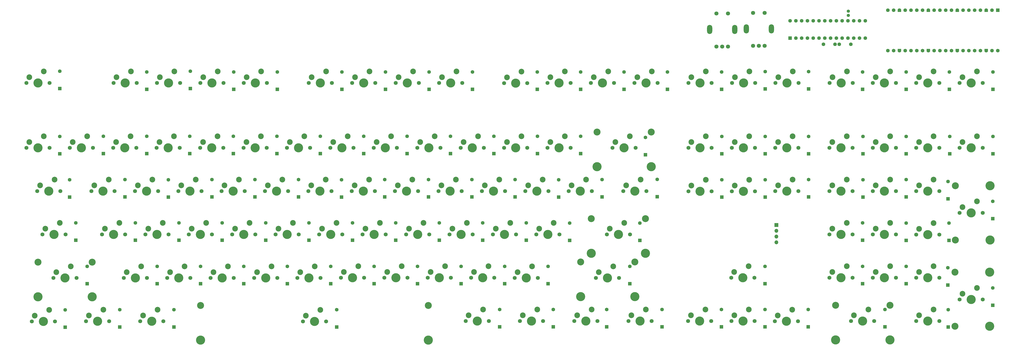
<source format=gbr>
%TF.GenerationSoftware,KiCad,Pcbnew,9.0.6*%
%TF.CreationDate,2026-01-05T13:45:51-06:00*%
%TF.ProjectId,full-keyboard,66756c6c-2d6b-4657-9962-6f6172642e6b,1*%
%TF.SameCoordinates,Original*%
%TF.FileFunction,Soldermask,Bot*%
%TF.FilePolarity,Negative*%
%FSLAX46Y46*%
G04 Gerber Fmt 4.6, Leading zero omitted, Abs format (unit mm)*
G04 Created by KiCad (PCBNEW 9.0.6) date 2026-01-05 13:45:51*
%MOMM*%
%LPD*%
G01*
G04 APERTURE LIST*
G04 Aperture macros list*
%AMRoundRect*
0 Rectangle with rounded corners*
0 $1 Rounding radius*
0 $2 $3 $4 $5 $6 $7 $8 $9 X,Y pos of 4 corners*
0 Add a 4 corners polygon primitive as box body*
4,1,4,$2,$3,$4,$5,$6,$7,$8,$9,$2,$3,0*
0 Add four circle primitives for the rounded corners*
1,1,$1+$1,$2,$3*
1,1,$1+$1,$4,$5*
1,1,$1+$1,$6,$7*
1,1,$1+$1,$8,$9*
0 Add four rect primitives between the rounded corners*
20,1,$1+$1,$2,$3,$4,$5,0*
20,1,$1+$1,$4,$5,$6,$7,0*
20,1,$1+$1,$6,$7,$8,$9,0*
20,1,$1+$1,$8,$9,$2,$3,0*%
%AMFreePoly0*
4,1,37,0.603843,0.796157,0.639018,0.796157,0.711114,0.766294,0.766294,0.711114,0.796157,0.639018,0.796157,0.603843,0.800000,0.600000,0.800000,-0.600000,0.796157,-0.603843,0.796157,-0.639018,0.766294,-0.711114,0.711114,-0.766294,0.639018,-0.796157,0.603843,-0.796157,0.600000,-0.800000,0.000000,-0.800000,0.000000,-0.796148,-0.078414,-0.796148,-0.232228,-0.765552,-0.377117,-0.705537,
-0.507515,-0.618408,-0.618408,-0.507515,-0.705537,-0.377117,-0.765552,-0.232228,-0.796148,-0.078414,-0.796148,0.078414,-0.765552,0.232228,-0.705537,0.377117,-0.618408,0.507515,-0.507515,0.618408,-0.377117,0.705537,-0.232228,0.765552,-0.078414,0.796148,0.000000,0.796148,0.000000,0.800000,0.600000,0.800000,0.603843,0.796157,0.603843,0.796157,$1*%
%AMFreePoly1*
4,1,37,0.000000,0.796148,0.078414,0.796148,0.232228,0.765552,0.377117,0.705537,0.507515,0.618408,0.618408,0.507515,0.705537,0.377117,0.765552,0.232228,0.796148,0.078414,0.796148,-0.078414,0.765552,-0.232228,0.705537,-0.377117,0.618408,-0.507515,0.507515,-0.618408,0.377117,-0.705537,0.232228,-0.765552,0.078414,-0.796148,0.000000,-0.796148,0.000000,-0.800000,-0.600000,-0.800000,
-0.603843,-0.796157,-0.639018,-0.796157,-0.711114,-0.766294,-0.766294,-0.711114,-0.796157,-0.639018,-0.796157,-0.603843,-0.800000,-0.600000,-0.800000,0.600000,-0.796157,0.603843,-0.796157,0.639018,-0.766294,0.711114,-0.711114,0.766294,-0.639018,0.796157,-0.603843,0.796157,-0.600000,0.800000,0.000000,0.800000,0.000000,0.796148,0.000000,0.796148,$1*%
G04 Aperture macros list end*
%ADD10C,1.400000*%
%ADD11C,2.500000*%
%ADD12C,4.000000*%
%ADD13C,1.750000*%
%ADD14RoundRect,0.250000X0.550000X-0.550000X0.550000X0.550000X-0.550000X0.550000X-0.550000X-0.550000X0*%
%ADD15C,1.600000*%
%ADD16R,1.700000X1.700000*%
%ADD17O,1.700000X1.700000*%
%ADD18C,3.050000*%
%ADD19O,2.300000X4.000000*%
%ADD20C,1.800000*%
%ADD21RoundRect,0.200000X-0.600000X0.600000X-0.600000X-0.600000X0.600000X-0.600000X0.600000X0.600000X0*%
%ADD22FreePoly0,270.000000*%
%ADD23FreePoly1,270.000000*%
G04 APERTURE END LIST*
D10*
%TO.C,R3*%
X401700000Y-36825000D03*
X401700000Y-34925000D03*
%TD*%
D11*
%TO.C,SW63*%
X49190000Y-130660000D03*
X55540000Y-128120000D03*
D12*
X53000000Y-133200000D03*
D13*
X47920000Y-133200000D03*
X58080000Y-133200000D03*
%TD*%
D11*
%TO.C,SW99*%
X163532500Y-168860000D03*
X169882500Y-166320000D03*
D12*
X167342500Y-171400000D03*
D13*
X162262500Y-171400000D03*
X172422500Y-171400000D03*
%TD*%
D11*
%TO.C,SW42*%
X46836884Y-111584031D03*
X53186884Y-109044031D03*
D12*
X50646884Y-114124031D03*
D13*
X45566884Y-114124031D03*
X55726884Y-114124031D03*
%TD*%
D11*
%TO.C,SW55*%
X304132500Y-111560000D03*
X310482500Y-109020000D03*
D12*
X307942500Y-114100000D03*
D13*
X302862500Y-114100000D03*
X313022500Y-114100000D03*
%TD*%
D11*
%TO.C,SW75*%
X296932500Y-130660000D03*
X303282500Y-128120000D03*
D12*
X300742500Y-133200000D03*
D13*
X295662500Y-133200000D03*
X305822500Y-133200000D03*
%TD*%
D11*
%TO.C,SW79*%
X53961964Y-149738970D03*
X60311964Y-147198970D03*
D12*
X57771964Y-152278970D03*
D13*
X52691964Y-152278970D03*
X62851964Y-152278970D03*
%TD*%
D11*
%TO.C,SW90*%
X292178670Y-149739275D03*
X298528670Y-147199275D03*
D12*
X295988670Y-152279275D03*
D13*
X290908670Y-152279275D03*
X301068670Y-152279275D03*
%TD*%
D11*
%TO.C,SW98*%
X92050000Y-168840000D03*
X98400000Y-166300000D03*
D12*
X95860000Y-171380000D03*
D13*
X90780000Y-171380000D03*
X100940000Y-171380000D03*
%TD*%
D11*
%TO.C,SW97*%
X68250000Y-168840000D03*
X74600000Y-166300000D03*
D12*
X72060000Y-171380000D03*
D13*
X66980000Y-171380000D03*
X77140000Y-171380000D03*
%TD*%
D11*
%TO.C,SW101*%
X258810000Y-168760000D03*
X265160000Y-166220000D03*
D12*
X262620000Y-171300000D03*
D13*
X257540000Y-171300000D03*
X267700000Y-171300000D03*
%TD*%
D11*
%TO.C,SW96*%
X44457764Y-168864810D03*
X50807764Y-166324810D03*
D12*
X48267764Y-171404810D03*
D13*
X43187764Y-171404810D03*
X53347764Y-171404810D03*
%TD*%
D11*
%TO.C,SW100*%
X235010000Y-168760000D03*
X241360000Y-166220000D03*
D12*
X238820000Y-171300000D03*
D13*
X233740000Y-171300000D03*
X243900000Y-171300000D03*
%TD*%
D11*
%TO.C,SW102*%
X282632500Y-168760000D03*
X288982500Y-166220000D03*
D12*
X286442500Y-171300000D03*
D13*
X281362500Y-171300000D03*
X291522500Y-171300000D03*
%TD*%
D11*
%TO.C,SW103*%
X306490000Y-168760000D03*
X312840000Y-166220000D03*
D12*
X310300000Y-171300000D03*
D13*
X305220000Y-171300000D03*
X315380000Y-171300000D03*
%TD*%
D11*
%TO.C,SW107*%
X404177041Y-168719077D03*
X410527041Y-166179077D03*
D12*
X407987041Y-171259077D03*
D13*
X402907041Y-171259077D03*
X413067041Y-171259077D03*
%TD*%
D11*
%TO.C,SW34*%
X299461745Y-92527979D03*
X305811745Y-89987979D03*
D12*
X303271745Y-95067979D03*
D13*
X298191745Y-95067979D03*
X308351745Y-95067979D03*
%TD*%
D11*
%TO.C,SW62*%
X451814731Y-121111498D03*
X458164731Y-118571498D03*
D12*
X455624731Y-123651498D03*
D13*
X450544731Y-123651498D03*
X460704731Y-123651498D03*
%TD*%
D11*
%TO.C,SW95*%
X451821832Y-159206246D03*
X458171832Y-156666246D03*
D12*
X455631832Y-161746246D03*
D13*
X450551832Y-161746246D03*
X460711832Y-161746246D03*
%TD*%
%TO.C,SW52*%
X240820000Y-114100000D03*
D12*
X245900000Y-114100000D03*
D13*
X250980000Y-114100000D03*
D11*
X242090000Y-111560000D03*
X248440000Y-109020000D03*
%TD*%
D14*
%TO.C,D106*%
X384100000Y-173810000D03*
D15*
X384100000Y-166190000D03*
%TD*%
D14*
%TO.C,D42*%
X59800000Y-116720000D03*
D15*
X59800000Y-109100000D03*
%TD*%
D14*
%TO.C,D38*%
X408100000Y-97720000D03*
D15*
X408100000Y-90100000D03*
%TD*%
D13*
%TO.C,SW47*%
X145562500Y-114100000D03*
D12*
X150642500Y-114100000D03*
D13*
X155722500Y-114100000D03*
D11*
X146832500Y-111560000D03*
X153182500Y-109020000D03*
%TD*%
D14*
%TO.C,D40*%
X446200000Y-97710000D03*
D15*
X446200000Y-90090000D03*
%TD*%
D13*
%TO.C,SW20*%
X450581169Y-66552685D03*
D12*
X455661169Y-66552685D03*
D13*
X460741169Y-66552685D03*
D11*
X451851169Y-64012685D03*
X458201169Y-61472685D03*
%TD*%
D13*
%TO.C,SW66*%
X112120000Y-133200000D03*
D12*
X117200000Y-133200000D03*
D13*
X122280000Y-133200000D03*
D11*
X113390000Y-130660000D03*
X119740000Y-128120000D03*
%TD*%
D13*
%TO.C,SW64*%
X74062500Y-133200000D03*
D12*
X79142500Y-133200000D03*
D13*
X84222500Y-133200000D03*
D11*
X75332500Y-130660000D03*
X81682500Y-128120000D03*
%TD*%
D13*
%TO.C,SW8*%
X202960583Y-66565221D03*
D12*
X208040583Y-66565221D03*
D13*
X213120583Y-66565221D03*
D11*
X204230583Y-64025221D03*
X210580583Y-61485221D03*
%TD*%
D14*
%TO.C,D56*%
X346200000Y-116710000D03*
D15*
X346200000Y-109090000D03*
%TD*%
D14*
%TO.C,D88*%
X250800000Y-154810000D03*
D15*
X250800000Y-147190000D03*
%TD*%
D13*
%TO.C,SW73*%
X245662500Y-133200000D03*
D12*
X250742500Y-133200000D03*
D13*
X255822500Y-133200000D03*
D11*
X246932500Y-130660000D03*
X253282500Y-128120000D03*
%TD*%
D14*
%TO.C,D55*%
X317800000Y-116600000D03*
D15*
X317800000Y-108980000D03*
%TD*%
D14*
%TO.C,D98*%
X105600000Y-173910000D03*
D15*
X105600000Y-166290000D03*
%TD*%
D14*
%TO.C,D97*%
X81800000Y-173910000D03*
D15*
X81800000Y-166290000D03*
%TD*%
D16*
%TO.C,J1*%
X370100000Y-128980000D03*
D17*
X370100000Y-131520000D03*
X370100000Y-134060000D03*
X370100000Y-136600000D03*
%TD*%
D14*
%TO.C,D67*%
X145900000Y-135710000D03*
D15*
X145900000Y-128090000D03*
%TD*%
D14*
%TO.C,D74*%
X279400000Y-135810000D03*
D15*
X279400000Y-128190000D03*
%TD*%
D14*
%TO.C,D96*%
X57900000Y-174010000D03*
D15*
X57900000Y-166390000D03*
%TD*%
D14*
%TO.C,D82*%
X136300000Y-154810000D03*
D15*
X136300000Y-147190000D03*
%TD*%
D13*
%TO.C,SW106*%
X369426845Y-171305288D03*
D12*
X374506845Y-171305288D03*
D13*
X379586845Y-171305288D03*
D11*
X370696845Y-168765288D03*
X377046845Y-166225288D03*
%TD*%
D14*
%TO.C,D86*%
X212600000Y-154810000D03*
D15*
X212600000Y-147190000D03*
%TD*%
D18*
%TO.C,REF\u002A\u002A*%
X448560000Y-149780000D03*
X448560000Y-173580000D03*
D12*
X463800000Y-149780000D03*
X463800000Y-173580000D03*
%TD*%
D14*
%TO.C,D41*%
X465200000Y-97710000D03*
D15*
X465200000Y-90090000D03*
%TD*%
D14*
%TO.C,D91*%
X365100000Y-154810000D03*
D15*
X365100000Y-147190000D03*
%TD*%
D13*
%TO.C,SW76*%
X393409492Y-133169059D03*
D12*
X398489492Y-133169059D03*
D13*
X403569492Y-133169059D03*
D11*
X394679492Y-130629059D03*
X401029492Y-128089059D03*
%TD*%
D13*
%TO.C,SW28*%
X174280628Y-95056953D03*
D12*
X179360628Y-95056953D03*
D13*
X184440628Y-95056953D03*
D11*
X175550628Y-92516953D03*
X181900628Y-89976953D03*
%TD*%
D13*
%TO.C,SW31*%
X231489228Y-95059152D03*
D12*
X236569228Y-95059152D03*
D13*
X241649228Y-95059152D03*
D11*
X232759228Y-92519152D03*
X239109228Y-89979152D03*
%TD*%
D14*
%TO.C,D26*%
X150800000Y-97620000D03*
D15*
X150800000Y-90000000D03*
%TD*%
D13*
%TO.C,SW19*%
X431533202Y-66544770D03*
D12*
X436613202Y-66544770D03*
D13*
X441693202Y-66544770D03*
D11*
X432803202Y-64004770D03*
X439153202Y-61464770D03*
%TD*%
D14*
%TO.C,D39*%
X427100000Y-97720000D03*
D15*
X427100000Y-90100000D03*
%TD*%
D13*
%TO.C,SW25*%
X117103388Y-95049899D03*
D12*
X122183388Y-95049899D03*
D13*
X127263388Y-95049899D03*
D11*
X118373388Y-92509899D03*
X124723388Y-89969899D03*
%TD*%
D14*
%TO.C,D83*%
X155400000Y-154810000D03*
D15*
X155400000Y-147190000D03*
%TD*%
D14*
%TO.C,D11*%
X284200000Y-69310000D03*
D15*
X284200000Y-61690000D03*
%TD*%
D14*
%TO.C,D22*%
X74600000Y-97620000D03*
D15*
X74600000Y-90000000D03*
%TD*%
D14*
%TO.C,D15*%
X365200000Y-69120000D03*
D15*
X365200000Y-61500000D03*
%TD*%
D14*
%TO.C,D5*%
X151000000Y-69310000D03*
D15*
X151000000Y-61690000D03*
%TD*%
D14*
%TO.C,D51*%
X236400000Y-116610000D03*
D15*
X236400000Y-108990000D03*
%TD*%
D18*
%TO.C,REF\u002A\u002A*%
X45903293Y-145330032D03*
D12*
X45903293Y-160570032D03*
D18*
X69703293Y-145330032D03*
D12*
X69703293Y-160570032D03*
%TD*%
D13*
%TO.C,SW54*%
X278920000Y-114100000D03*
D12*
X284000000Y-114100000D03*
D13*
X289080000Y-114100000D03*
D11*
X280190000Y-111560000D03*
X286540000Y-109020000D03*
%TD*%
D14*
%TO.C,D58*%
X384300000Y-116610000D03*
D15*
X384300000Y-108990000D03*
%TD*%
D13*
%TO.C,SW12*%
X288682838Y-66561771D03*
D12*
X293762838Y-66561771D03*
D13*
X298842838Y-66561771D03*
D11*
X289952838Y-64021771D03*
X296302838Y-61481771D03*
%TD*%
D14*
%TO.C,D28*%
X188900000Y-97620000D03*
D15*
X188900000Y-90000000D03*
%TD*%
D14*
%TO.C,D107*%
X417800000Y-173810000D03*
D15*
X417800000Y-166190000D03*
%TD*%
D13*
%TO.C,SW1*%
X40840000Y-66500000D03*
D12*
X45920000Y-66500000D03*
D13*
X51000000Y-66500000D03*
D11*
X42110000Y-63960000D03*
X48460000Y-61420000D03*
%TD*%
D14*
%TO.C,D19*%
X446100000Y-69310000D03*
D15*
X446100000Y-61690000D03*
%TD*%
D18*
%TO.C,REF\u002A\u002A*%
X117336934Y-164378143D03*
D12*
X117336934Y-179618143D03*
D18*
X217336934Y-164378143D03*
D12*
X217336934Y-179618143D03*
%TD*%
D13*
%TO.C,SW11*%
X269640794Y-66560145D03*
D12*
X274720794Y-66560145D03*
D13*
X279800794Y-66560145D03*
D11*
X270910794Y-64020145D03*
X277260794Y-61480145D03*
%TD*%
D14*
%TO.C,D8*%
X217600000Y-69310000D03*
D15*
X217600000Y-61690000D03*
%TD*%
D13*
%TO.C,SW57*%
X350572827Y-114177603D03*
D12*
X355652827Y-114177603D03*
D13*
X360732827Y-114177603D03*
D11*
X351842827Y-111637603D03*
X358192827Y-109097603D03*
%TD*%
D13*
%TO.C,SW37*%
X369613584Y-95073693D03*
D12*
X374693584Y-95073693D03*
D13*
X379773584Y-95073693D03*
D11*
X370883584Y-92533693D03*
X377233584Y-89993693D03*
%TD*%
D14*
%TO.C,D70*%
X203000000Y-135710000D03*
D15*
X203000000Y-128090000D03*
%TD*%
D14*
%TO.C,D72*%
X241200000Y-135710000D03*
D15*
X241200000Y-128090000D03*
%TD*%
D14*
%TO.C,D33*%
X284200000Y-97620000D03*
D15*
X284200000Y-90000000D03*
%TD*%
D13*
%TO.C,SW18*%
X412488740Y-66544870D03*
D12*
X417568740Y-66544870D03*
D13*
X422648740Y-66544870D03*
D11*
X413758740Y-64004870D03*
X420108740Y-61464870D03*
%TD*%
D14*
%TO.C,D37*%
X384300000Y-97720000D03*
D15*
X384300000Y-90100000D03*
%TD*%
D13*
%TO.C,SW49*%
X183662500Y-114100000D03*
D12*
X188742500Y-114100000D03*
D13*
X193822500Y-114100000D03*
D11*
X184932500Y-111560000D03*
X191282500Y-109020000D03*
%TD*%
D14*
%TO.C,D44*%
X103200000Y-116710000D03*
D15*
X103200000Y-109090000D03*
%TD*%
D13*
%TO.C,SW78*%
X431521238Y-133210224D03*
D12*
X436601238Y-133210224D03*
D13*
X441681238Y-133210224D03*
D11*
X432791238Y-130670224D03*
X439141238Y-128130224D03*
%TD*%
D13*
%TO.C,SW27*%
X155233179Y-95060614D03*
D12*
X160313179Y-95060614D03*
D13*
X165393179Y-95060614D03*
D11*
X156503179Y-92520614D03*
X162853179Y-89980614D03*
%TD*%
D13*
%TO.C,SW29*%
X193356464Y-95056112D03*
D12*
X198436464Y-95056112D03*
D13*
X203516464Y-95056112D03*
D11*
X194626464Y-92516112D03*
X200976464Y-89976112D03*
%TD*%
D14*
%TO.C,D13*%
X322300000Y-69310000D03*
D15*
X322300000Y-61690000D03*
%TD*%
D13*
%TO.C,SW89*%
X255193588Y-152279275D03*
D12*
X260273588Y-152279275D03*
D13*
X265353588Y-152279275D03*
D11*
X256463588Y-149739275D03*
X262813588Y-147199275D03*
%TD*%
D13*
%TO.C,SW70*%
X188462500Y-133200000D03*
D12*
X193542500Y-133200000D03*
D13*
X198622500Y-133200000D03*
D11*
X189732500Y-130660000D03*
X196082500Y-128120000D03*
%TD*%
D14*
%TO.C,D73*%
X260300000Y-135710000D03*
D15*
X260300000Y-128090000D03*
%TD*%
D14*
%TO.C,D85*%
X193500000Y-154810000D03*
D15*
X193500000Y-147190000D03*
%TD*%
D13*
%TO.C,SW71*%
X207547290Y-133143301D03*
D12*
X212627290Y-133143301D03*
D13*
X217707290Y-133143301D03*
D11*
X208817290Y-130603301D03*
X215167290Y-128063301D03*
%TD*%
D13*
%TO.C,SW104*%
X331359316Y-171303761D03*
D12*
X336439316Y-171303761D03*
D13*
X341519316Y-171303761D03*
D11*
X332629316Y-168763761D03*
X338979316Y-166223761D03*
%TD*%
D14*
%TO.C,D48*%
X179200000Y-116710000D03*
D15*
X179200000Y-109090000D03*
%TD*%
D14*
%TO.C,D79*%
X67500000Y-154810000D03*
D15*
X67500000Y-147190000D03*
%TD*%
D19*
%TO.C,SW109*%
X367900000Y-42700000D03*
X356900000Y-42700000D03*
D20*
X359860000Y-50200000D03*
X364940000Y-50200000D03*
X362400000Y-50200000D03*
X359860000Y-35700000D03*
X364940000Y-35700000D03*
%TD*%
D14*
%TO.C,D29*%
X207984428Y-97619391D03*
D15*
X207984428Y-89999391D03*
%TD*%
D14*
%TO.C,D46*%
X141200000Y-116610000D03*
D15*
X141200000Y-108990000D03*
%TD*%
D14*
%TO.C,D75*%
X310200000Y-135810000D03*
D15*
X310200000Y-128190000D03*
%TD*%
D14*
%TO.C,D30*%
X227000000Y-97620000D03*
D15*
X227000000Y-90000000D03*
%TD*%
D13*
%TO.C,SW80*%
X83653426Y-152289712D03*
D12*
X88733426Y-152289712D03*
D13*
X93813426Y-152289712D03*
D11*
X84923426Y-149749712D03*
X91273426Y-147209712D03*
%TD*%
D13*
%TO.C,SW93*%
X412460519Y-152247722D03*
D12*
X417540519Y-152247722D03*
D13*
X422620519Y-152247722D03*
D11*
X413730519Y-149707722D03*
X420080519Y-147167722D03*
%TD*%
D18*
%TO.C,REF\u002A\u002A*%
X284160000Y-145280000D03*
D12*
X284160000Y-160520000D03*
D18*
X307960000Y-145280000D03*
D12*
X307960000Y-160520000D03*
%TD*%
D13*
%TO.C,SW2*%
X79096232Y-66524027D03*
D12*
X84176232Y-66524027D03*
D13*
X89256232Y-66524027D03*
D11*
X80366232Y-63984027D03*
X86716232Y-61444027D03*
%TD*%
D14*
%TO.C,D90*%
X305800000Y-154810000D03*
D15*
X305800000Y-147190000D03*
%TD*%
D13*
%TO.C,SW77*%
X412462500Y-133200000D03*
D12*
X417542500Y-133200000D03*
D13*
X422622500Y-133200000D03*
D11*
X413732500Y-130660000D03*
X420082500Y-128120000D03*
%TD*%
D14*
%TO.C,D87*%
X231700000Y-154810000D03*
D15*
X231700000Y-147190000D03*
%TD*%
D14*
%TO.C,D69*%
X184000000Y-135710000D03*
D15*
X184000000Y-128090000D03*
%TD*%
D14*
%TO.C,D9*%
X236700000Y-69310000D03*
D15*
X236700000Y-61690000D03*
%TD*%
D14*
%TO.C,D12*%
X303200000Y-69310000D03*
D15*
X303200000Y-61690000D03*
%TD*%
D13*
%TO.C,SW3*%
X98176082Y-66524027D03*
D12*
X103256082Y-66524027D03*
D13*
X108336082Y-66524027D03*
D11*
X99446082Y-63984027D03*
X105796082Y-61444027D03*
%TD*%
D14*
%TO.C,D4*%
X131900000Y-69310000D03*
D15*
X131900000Y-61690000D03*
%TD*%
D13*
%TO.C,SW92*%
X393406959Y-152223978D03*
D12*
X398486959Y-152223978D03*
D13*
X403566959Y-152223978D03*
D11*
X394676959Y-149683978D03*
X401026959Y-147143978D03*
%TD*%
D18*
%TO.C,REF\u002A\u002A*%
X448660000Y-111780000D03*
X448660000Y-135580000D03*
D12*
X463900000Y-111780000D03*
X463900000Y-135580000D03*
%TD*%
D13*
%TO.C,SW14*%
X331559249Y-66557158D03*
D12*
X336639249Y-66557158D03*
D13*
X341719249Y-66557158D03*
D11*
X332829249Y-64017158D03*
X339179249Y-61477158D03*
%TD*%
D14*
%TO.C,D20*%
X465200000Y-69310000D03*
D15*
X465200000Y-61690000D03*
%TD*%
D14*
%TO.C,D25*%
X131700000Y-97620000D03*
D15*
X131700000Y-90000000D03*
%TD*%
D13*
%TO.C,SW83*%
X140811076Y-152268228D03*
D12*
X145891076Y-152268228D03*
D13*
X150971076Y-152268228D03*
D11*
X142081076Y-149728228D03*
X148431076Y-147188228D03*
%TD*%
D14*
%TO.C,D108*%
X445600000Y-173910000D03*
D15*
X445600000Y-166290000D03*
%TD*%
D14*
%TO.C,D84*%
X174500000Y-154810000D03*
D15*
X174500000Y-147190000D03*
%TD*%
D13*
%TO.C,SW86*%
X197999911Y-152250223D03*
D12*
X203079911Y-152250223D03*
D13*
X208159911Y-152250223D03*
D11*
X199269911Y-149710223D03*
X205619911Y-147170223D03*
%TD*%
D14*
%TO.C,D1*%
X55500000Y-69000000D03*
D15*
X55500000Y-61380000D03*
%TD*%
D14*
%TO.C,D62*%
X465100000Y-126220000D03*
D15*
X465100000Y-118600000D03*
%TD*%
D14*
%TO.C,D101*%
X272200000Y-173820000D03*
D15*
X272200000Y-166200000D03*
%TD*%
D14*
%TO.C,D7*%
X198500000Y-69310000D03*
D15*
X198500000Y-61690000D03*
%TD*%
D14*
%TO.C,D50*%
X217400000Y-116610000D03*
D15*
X217400000Y-108990000D03*
%TD*%
D14*
%TO.C,D99*%
X177100000Y-173910000D03*
D15*
X177100000Y-166290000D03*
%TD*%
D14*
%TO.C,D36*%
X365200000Y-97720000D03*
D15*
X365200000Y-90100000D03*
%TD*%
D14*
%TO.C,D95*%
X465100000Y-164310000D03*
D15*
X465100000Y-156690000D03*
%TD*%
D14*
%TO.C,D105*%
X365100000Y-173820000D03*
D15*
X365100000Y-166200000D03*
%TD*%
D14*
%TO.C,D100*%
X248600000Y-173820000D03*
D15*
X248600000Y-166200000D03*
%TD*%
D14*
%TO.C,D92*%
X408000000Y-154800000D03*
D15*
X408000000Y-147180000D03*
%TD*%
D14*
%TO.C,D2*%
X93700000Y-69310000D03*
D15*
X93700000Y-61690000D03*
%TD*%
D13*
%TO.C,SW10*%
X250590582Y-66572622D03*
D12*
X255670582Y-66572622D03*
D13*
X260750582Y-66572622D03*
D11*
X251860582Y-64032622D03*
X258210582Y-61492622D03*
%TD*%
D13*
%TO.C,SW105*%
X350386005Y-171303761D03*
D12*
X355466005Y-171303761D03*
D13*
X360546005Y-171303761D03*
D11*
X351656005Y-168763761D03*
X358006005Y-166223761D03*
%TD*%
D14*
%TO.C,D31*%
X246100000Y-97620000D03*
D15*
X246100000Y-90000000D03*
%TD*%
D13*
%TO.C,SW85*%
X178930000Y-152240000D03*
D12*
X184010000Y-152240000D03*
D13*
X189090000Y-152240000D03*
D11*
X180200000Y-149700000D03*
X186550000Y-147160000D03*
%TD*%
D13*
%TO.C,SW30*%
X212439015Y-95059507D03*
D12*
X217519015Y-95059507D03*
D13*
X222599015Y-95059507D03*
D11*
X213709015Y-92519507D03*
X220059015Y-89979507D03*
%TD*%
D14*
%TO.C,D66*%
X126800000Y-135710000D03*
D15*
X126800000Y-128090000D03*
%TD*%
D13*
%TO.C,SW36*%
X350572827Y-95073693D03*
D12*
X355652827Y-95073693D03*
D13*
X360732827Y-95073693D03*
D11*
X351842827Y-92533693D03*
X358192827Y-89993693D03*
%TD*%
D18*
%TO.C,REF\u002A\u002A*%
X396160000Y-164280000D03*
D12*
X396160000Y-179520000D03*
D18*
X419960000Y-164280000D03*
D12*
X419960000Y-179520000D03*
%TD*%
D13*
%TO.C,SW108*%
X431493438Y-171259077D03*
D12*
X436573438Y-171259077D03*
D13*
X441653438Y-171259077D03*
D11*
X432763438Y-168719077D03*
X439113438Y-166179077D03*
%TD*%
D13*
%TO.C,SW7*%
X183893182Y-66541772D03*
D12*
X188973182Y-66541772D03*
D13*
X194053182Y-66541772D03*
D11*
X185163182Y-64001772D03*
X191513182Y-61461772D03*
%TD*%
D15*
%TO.C,C1*%
X395840000Y-49500000D03*
X390760000Y-49500000D03*
%TD*%
D14*
%TO.C,D93*%
X427100000Y-154810000D03*
D15*
X427100000Y-147190000D03*
%TD*%
D14*
%TO.C,D43*%
X84100000Y-116620000D03*
D15*
X84100000Y-109000000D03*
%TD*%
D14*
%TO.C,D103*%
X319900000Y-173820000D03*
D15*
X319900000Y-166200000D03*
%TD*%
D14*
%TO.C,U1*%
X376140000Y-46820000D03*
D15*
X378680000Y-46820000D03*
X381220000Y-46820000D03*
X383760000Y-46820000D03*
X386300000Y-46820000D03*
X388840000Y-46820000D03*
X391380000Y-46820000D03*
X393920000Y-46820000D03*
X396460000Y-46820000D03*
X399000000Y-46820000D03*
X401540000Y-46820000D03*
X404080000Y-46820000D03*
X406620000Y-46820000D03*
X409160000Y-46820000D03*
X409160000Y-39200000D03*
X406620000Y-39200000D03*
X404080000Y-39200000D03*
X401540000Y-39200000D03*
X399000000Y-39200000D03*
X396460000Y-39200000D03*
X393920000Y-39200000D03*
X391380000Y-39200000D03*
X388840000Y-39200000D03*
X386300000Y-39200000D03*
X383760000Y-39200000D03*
X381220000Y-39200000D03*
X378680000Y-39200000D03*
X376140000Y-39200000D03*
%TD*%
D14*
%TO.C,D104*%
X346000000Y-173820000D03*
D15*
X346000000Y-166200000D03*
%TD*%
D13*
%TO.C,SW59*%
X393430000Y-114140000D03*
D12*
X398510000Y-114140000D03*
D13*
X403590000Y-114140000D03*
D11*
X394700000Y-111600000D03*
X401050000Y-109060000D03*
%TD*%
D14*
%TO.C,D17*%
X408000000Y-69310000D03*
D15*
X408000000Y-61690000D03*
%TD*%
D18*
%TO.C,REF\u002A\u002A*%
X291360000Y-88080000D03*
D12*
X291360000Y-103320000D03*
D18*
X315160000Y-88080000D03*
D12*
X315160000Y-103320000D03*
%TD*%
D19*
%TO.C,SW110*%
X351860000Y-43000000D03*
X340860000Y-43000000D03*
D20*
X343820000Y-50500000D03*
X348900000Y-50500000D03*
X346360000Y-50500000D03*
X343820000Y-36000000D03*
X348900000Y-36000000D03*
%TD*%
D14*
%TO.C,D32*%
X265200000Y-97620000D03*
D15*
X265200000Y-90000000D03*
%TD*%
D13*
%TO.C,SW39*%
X412469689Y-95073863D03*
D12*
X417549689Y-95073863D03*
D13*
X422629689Y-95073863D03*
D11*
X413739689Y-92533863D03*
X420089689Y-89993863D03*
%TD*%
D13*
%TO.C,SW48*%
X164662500Y-114100000D03*
D12*
X169742500Y-114100000D03*
D13*
X174822500Y-114100000D03*
D11*
X165932500Y-111560000D03*
X172282500Y-109020000D03*
%TD*%
D14*
%TO.C,D65*%
X107800000Y-135710000D03*
D15*
X107800000Y-128090000D03*
%TD*%
D14*
%TO.C,D54*%
X293600000Y-116610000D03*
D15*
X293600000Y-108990000D03*
%TD*%
D14*
%TO.C,D14*%
X346100000Y-69310000D03*
D15*
X346100000Y-61690000D03*
%TD*%
D13*
%TO.C,SW50*%
X202662500Y-114100000D03*
D12*
X207742500Y-114100000D03*
D13*
X212822500Y-114100000D03*
D11*
X203932500Y-111560000D03*
X210282500Y-109020000D03*
%TD*%
D14*
%TO.C,D16*%
X384300000Y-69120000D03*
D15*
X384300000Y-61500000D03*
%TD*%
D13*
%TO.C,SW9*%
X222038013Y-66565221D03*
D12*
X227118013Y-66565221D03*
D13*
X232198013Y-66565221D03*
D11*
X223308013Y-64025221D03*
X229658013Y-61485221D03*
%TD*%
D14*
%TO.C,D34*%
X312600000Y-98110000D03*
D15*
X312600000Y-90490000D03*
%TD*%
D13*
%TO.C,SW44*%
X88520000Y-114100000D03*
D12*
X93600000Y-114100000D03*
D13*
X98680000Y-114100000D03*
D11*
X89790000Y-111560000D03*
X96140000Y-109020000D03*
%TD*%
D21*
%TO.C,A1*%
X467317500Y-34500000D03*
D15*
X464777500Y-34500000D03*
D22*
X462237500Y-34500000D03*
D15*
X459697500Y-34500000D03*
X457157500Y-34500000D03*
X454617500Y-34500000D03*
X452077500Y-34500000D03*
D22*
X449537500Y-34500000D03*
D15*
X446997500Y-34500000D03*
X444457500Y-34500000D03*
X441917500Y-34500000D03*
X439377500Y-34500000D03*
D22*
X436837500Y-34500000D03*
D15*
X434297500Y-34500000D03*
X431757500Y-34500000D03*
X429217500Y-34500000D03*
X426677500Y-34500000D03*
D22*
X424137500Y-34500000D03*
D15*
X421597500Y-34500000D03*
X419057500Y-34500000D03*
X419057500Y-52280000D03*
X421597500Y-52280000D03*
D23*
X424137500Y-52280000D03*
D15*
X426677500Y-52280000D03*
X429217500Y-52280000D03*
X431757500Y-52280000D03*
X434297500Y-52280000D03*
D23*
X436837500Y-52280000D03*
D15*
X439377500Y-52280000D03*
X441917500Y-52280000D03*
X444457500Y-52280000D03*
X446997500Y-52280000D03*
D23*
X449537500Y-52280000D03*
D15*
X452077500Y-52280000D03*
X454617500Y-52280000D03*
X457157500Y-52280000D03*
X459697500Y-52280000D03*
D23*
X462237500Y-52280000D03*
D15*
X464777500Y-52280000D03*
X467317500Y-52280000D03*
%TD*%
D14*
%TO.C,D23*%
X93700000Y-97620000D03*
D15*
X93700000Y-90000000D03*
%TD*%
D14*
%TO.C,D3*%
X112800000Y-69000000D03*
D15*
X112800000Y-61380000D03*
%TD*%
D14*
%TO.C,D77*%
X427100000Y-135810000D03*
D15*
X427100000Y-128190000D03*
%TD*%
D13*
%TO.C,SW56*%
X331526374Y-114177603D03*
D12*
X336606374Y-114177603D03*
D13*
X341686374Y-114177603D03*
D11*
X332796374Y-111637603D03*
X339146374Y-109097603D03*
%TD*%
D13*
%TO.C,SW38*%
X393414630Y-95062451D03*
D12*
X398494630Y-95062451D03*
D13*
X403574630Y-95062451D03*
D11*
X394684630Y-92522451D03*
X401034630Y-89982451D03*
%TD*%
D13*
%TO.C,SW74*%
X264720000Y-133200000D03*
D12*
X269800000Y-133200000D03*
D13*
X274880000Y-133200000D03*
D11*
X265990000Y-130660000D03*
X272340000Y-128120000D03*
%TD*%
D14*
%TO.C,D102*%
X295600000Y-173810000D03*
D15*
X295600000Y-166190000D03*
%TD*%
D13*
%TO.C,SW35*%
X331525641Y-95069136D03*
D12*
X336605641Y-95069136D03*
D13*
X341685641Y-95069136D03*
D11*
X332795641Y-92529136D03*
X339145641Y-89989136D03*
%TD*%
D13*
%TO.C,SW72*%
X226620000Y-133200000D03*
D12*
X231700000Y-133200000D03*
D13*
X236780000Y-133200000D03*
D11*
X227890000Y-130660000D03*
X234240000Y-128120000D03*
%TD*%
D14*
%TO.C,D71*%
X222100000Y-135700000D03*
D15*
X222100000Y-128080000D03*
%TD*%
D13*
%TO.C,SW22*%
X59903415Y-95049899D03*
D12*
X64983415Y-95049899D03*
D13*
X70063415Y-95049899D03*
D11*
X61173415Y-92509899D03*
X67523415Y-89969899D03*
%TD*%
D13*
%TO.C,SW6*%
X164828687Y-66534126D03*
D12*
X169908687Y-66534126D03*
D13*
X174988687Y-66534126D03*
D11*
X166098687Y-63994126D03*
X172448687Y-61454126D03*
%TD*%
D14*
%TO.C,D27*%
X169900000Y-97620000D03*
D15*
X169900000Y-90000000D03*
%TD*%
%TO.C,C2*%
X397760000Y-49500000D03*
X402840000Y-49500000D03*
%TD*%
D13*
%TO.C,SW21*%
X40836758Y-95049899D03*
D12*
X45916758Y-95049899D03*
D13*
X50996758Y-95049899D03*
D11*
X42106758Y-92509899D03*
X48456758Y-89969899D03*
%TD*%
D13*
%TO.C,SW58*%
X369639465Y-114146026D03*
D12*
X374719465Y-114146026D03*
D13*
X379799465Y-114146026D03*
D11*
X370909465Y-111606026D03*
X377259465Y-109066026D03*
%TD*%
D14*
%TO.C,D35*%
X346200000Y-97720000D03*
D15*
X346200000Y-90100000D03*
%TD*%
D14*
%TO.C,D6*%
X179400000Y-69310000D03*
D15*
X179400000Y-61690000D03*
%TD*%
D14*
%TO.C,D24*%
X112600000Y-97620000D03*
D15*
X112600000Y-90000000D03*
%TD*%
D13*
%TO.C,SW69*%
X169370509Y-133162456D03*
D12*
X174450509Y-133162456D03*
D13*
X179530509Y-133162456D03*
D11*
X170640509Y-130622456D03*
X176990509Y-128082456D03*
%TD*%
D13*
%TO.C,SW5*%
X136283733Y-66523628D03*
D12*
X141363733Y-66523628D03*
D13*
X146443733Y-66523628D03*
D11*
X137553733Y-63983628D03*
X143903733Y-61443628D03*
%TD*%
D13*
%TO.C,SW87*%
X217039430Y-152250223D03*
D12*
X222119430Y-152250223D03*
D13*
X227199430Y-152250223D03*
D11*
X218309430Y-149710223D03*
X224659430Y-147170223D03*
%TD*%
D14*
%TO.C,D45*%
X122300000Y-116620000D03*
D15*
X122300000Y-109000000D03*
%TD*%
D13*
%TO.C,SW23*%
X78973967Y-95049899D03*
D12*
X84053967Y-95049899D03*
D13*
X89133967Y-95049899D03*
D11*
X80243967Y-92509899D03*
X86593967Y-89969899D03*
%TD*%
D13*
%TO.C,SW17*%
X393479361Y-66546744D03*
D12*
X398559361Y-66546744D03*
D13*
X403639361Y-66546744D03*
D11*
X394749361Y-64006744D03*
X401099361Y-61466744D03*
%TD*%
D13*
%TO.C,SW60*%
X412462500Y-114100000D03*
D12*
X417542500Y-114100000D03*
D13*
X422622500Y-114100000D03*
D11*
X413732500Y-111560000D03*
X420082500Y-109020000D03*
%TD*%
D13*
%TO.C,SW41*%
X450552642Y-95075064D03*
D12*
X455632642Y-95075064D03*
D13*
X460712642Y-95075064D03*
D11*
X451822642Y-92535064D03*
X458172642Y-89995064D03*
%TD*%
D14*
%TO.C,D18*%
X427100000Y-69310000D03*
D15*
X427100000Y-61690000D03*
%TD*%
D14*
%TO.C,D61*%
X445500000Y-117510000D03*
D15*
X445500000Y-109890000D03*
%TD*%
D14*
%TO.C,D64*%
X88700000Y-135710000D03*
D15*
X88700000Y-128090000D03*
%TD*%
D13*
%TO.C,SW43*%
X69420000Y-114100000D03*
D12*
X74500000Y-114100000D03*
D13*
X79580000Y-114100000D03*
D11*
X70690000Y-111560000D03*
X77040000Y-109020000D03*
%TD*%
D14*
%TO.C,D81*%
X117300000Y-154810000D03*
D15*
X117300000Y-147190000D03*
%TD*%
D13*
%TO.C,SW53*%
X259862500Y-114100000D03*
D12*
X264942500Y-114100000D03*
D13*
X270022500Y-114100000D03*
D11*
X261132500Y-111560000D03*
X267482500Y-109020000D03*
%TD*%
D13*
%TO.C,SW33*%
X269622197Y-95070082D03*
D12*
X274702197Y-95070082D03*
D13*
X279782197Y-95070082D03*
D11*
X270892197Y-92530082D03*
X277242197Y-89990082D03*
%TD*%
D14*
%TO.C,D68*%
X164900000Y-135710000D03*
D15*
X164900000Y-128090000D03*
%TD*%
D13*
%TO.C,SW88*%
X236130000Y-152240000D03*
D12*
X241210000Y-152240000D03*
D13*
X246290000Y-152240000D03*
D11*
X237400000Y-149700000D03*
X243750000Y-147160000D03*
%TD*%
D14*
%TO.C,D63*%
X62500000Y-135710000D03*
D15*
X62500000Y-128090000D03*
%TD*%
D13*
%TO.C,SW26*%
X136170045Y-95049899D03*
D12*
X141250045Y-95049899D03*
D13*
X146330045Y-95049899D03*
D11*
X137440045Y-92509899D03*
X143790045Y-89969899D03*
%TD*%
D14*
%TO.C,D47*%
X160300000Y-116610000D03*
D15*
X160300000Y-108990000D03*
%TD*%
D13*
%TO.C,SW40*%
X431510280Y-95075861D03*
D12*
X436590280Y-95075861D03*
D13*
X441670280Y-95075861D03*
D11*
X432780280Y-92535861D03*
X439130280Y-89995861D03*
%TD*%
D13*
%TO.C,SW82*%
X121746598Y-152259363D03*
D12*
X126826598Y-152259363D03*
D13*
X131906598Y-152259363D03*
D11*
X123016598Y-149719363D03*
X129366598Y-147179363D03*
%TD*%
D13*
%TO.C,SW51*%
X221762500Y-114100000D03*
D12*
X226842500Y-114100000D03*
D13*
X231922500Y-114100000D03*
D11*
X223032500Y-111560000D03*
X229382500Y-109020000D03*
%TD*%
D14*
%TO.C,D89*%
X269900000Y-154810000D03*
D15*
X269900000Y-147190000D03*
%TD*%
D14*
%TO.C,D21*%
X55500000Y-97720000D03*
D15*
X55500000Y-90100000D03*
%TD*%
D13*
%TO.C,SW45*%
X107562500Y-114100000D03*
D12*
X112642500Y-114100000D03*
D13*
X117722500Y-114100000D03*
D11*
X108832500Y-111560000D03*
X115182500Y-109020000D03*
%TD*%
D14*
%TO.C,D53*%
X274500000Y-116700000D03*
D15*
X274500000Y-109080000D03*
%TD*%
D13*
%TO.C,SW46*%
X126562500Y-114100000D03*
D12*
X131642500Y-114100000D03*
D13*
X136722500Y-114100000D03*
D11*
X127832500Y-111560000D03*
X134182500Y-109020000D03*
%TD*%
D13*
%TO.C,SW67*%
X131220000Y-133200000D03*
D12*
X136300000Y-133200000D03*
D13*
X141380000Y-133200000D03*
D11*
X132490000Y-130660000D03*
X138840000Y-128120000D03*
%TD*%
D14*
%TO.C,D78*%
X445900000Y-135800000D03*
D15*
X445900000Y-128180000D03*
%TD*%
D14*
%TO.C,D59*%
X408100000Y-116710000D03*
D15*
X408100000Y-109090000D03*
%TD*%
D13*
%TO.C,SW32*%
X250567055Y-95059152D03*
D12*
X255647055Y-95059152D03*
D13*
X260727055Y-95059152D03*
D11*
X251837055Y-92519152D03*
X258187055Y-89979152D03*
%TD*%
D14*
%TO.C,D49*%
X198200000Y-116610000D03*
D15*
X198200000Y-108990000D03*
%TD*%
D14*
%TO.C,D76*%
X408000000Y-135720000D03*
D15*
X408000000Y-128100000D03*
%TD*%
D14*
%TO.C,D57*%
X365200000Y-116710000D03*
D15*
X365200000Y-109090000D03*
%TD*%
D13*
%TO.C,SW13*%
X307778874Y-66561771D03*
D12*
X312858874Y-66561771D03*
D13*
X317938874Y-66561771D03*
D11*
X309048874Y-64021771D03*
X315398874Y-61481771D03*
%TD*%
D14*
%TO.C,D10*%
X265100000Y-69310000D03*
D15*
X265100000Y-61690000D03*
%TD*%
D13*
%TO.C,SW15*%
X350633592Y-66555156D03*
D12*
X355713592Y-66555156D03*
D13*
X360793592Y-66555156D03*
D11*
X351903592Y-64015156D03*
X358253592Y-61475156D03*
%TD*%
D13*
%TO.C,SW61*%
X431506395Y-114119686D03*
D12*
X436586395Y-114119686D03*
D13*
X441666395Y-114119686D03*
D11*
X432776395Y-111579686D03*
X439126395Y-109039686D03*
%TD*%
D13*
%TO.C,SW84*%
X159840000Y-152300000D03*
D12*
X164920000Y-152300000D03*
D13*
X170000000Y-152300000D03*
D11*
X161110000Y-149760000D03*
X167460000Y-147220000D03*
%TD*%
D13*
%TO.C,SW91*%
X350340000Y-152247386D03*
D12*
X355420000Y-152247386D03*
D13*
X360500000Y-152247386D03*
D11*
X351610000Y-149707386D03*
X357960000Y-147167386D03*
%TD*%
D18*
%TO.C,REF\u002A\u002A*%
X288860000Y-126180000D03*
D12*
X288860000Y-141420000D03*
D18*
X312660000Y-126180000D03*
D12*
X312660000Y-141420000D03*
%TD*%
D13*
%TO.C,SW81*%
X102691487Y-152270105D03*
D12*
X107771487Y-152270105D03*
D13*
X112851487Y-152270105D03*
D11*
X103961487Y-149730105D03*
X110311487Y-147190105D03*
%TD*%
D14*
%TO.C,D80*%
X98300000Y-154810000D03*
D15*
X98300000Y-147190000D03*
%TD*%
D14*
%TO.C,D60*%
X427100000Y-116610000D03*
D15*
X427100000Y-108990000D03*
%TD*%
D13*
%TO.C,SW16*%
X369689413Y-66555156D03*
D12*
X374769413Y-66555156D03*
D13*
X379849413Y-66555156D03*
D11*
X370959413Y-64015156D03*
X377309413Y-61475156D03*
%TD*%
D13*
%TO.C,SW68*%
X150280913Y-133136827D03*
D12*
X155360913Y-133136827D03*
D13*
X160440913Y-133136827D03*
D11*
X151550913Y-130596827D03*
X157900913Y-128056827D03*
%TD*%
D13*
%TO.C,SW94*%
X431490198Y-152250905D03*
D12*
X436570198Y-152250905D03*
D13*
X441650198Y-152250905D03*
D11*
X432760198Y-149710905D03*
X439110198Y-147170905D03*
%TD*%
D13*
%TO.C,SW4*%
X117232082Y-66515570D03*
D12*
X122312082Y-66515570D03*
D13*
X127392082Y-66515570D03*
D11*
X118502082Y-63975570D03*
X124852082Y-61435570D03*
%TD*%
D13*
%TO.C,SW24*%
X98036730Y-95049899D03*
D12*
X103116730Y-95049899D03*
D13*
X108196730Y-95049899D03*
D11*
X99306730Y-92509899D03*
X105656730Y-89969899D03*
%TD*%
D13*
%TO.C,SW65*%
X93120000Y-133200000D03*
D12*
X98200000Y-133200000D03*
D13*
X103280000Y-133200000D03*
D11*
X94390000Y-130660000D03*
X100740000Y-128120000D03*
%TD*%
D14*
%TO.C,D94*%
X445400000Y-155410000D03*
D15*
X445400000Y-147790000D03*
%TD*%
D14*
%TO.C,D52*%
X255400000Y-116610000D03*
D15*
X255400000Y-108990000D03*
%TD*%
M02*

</source>
